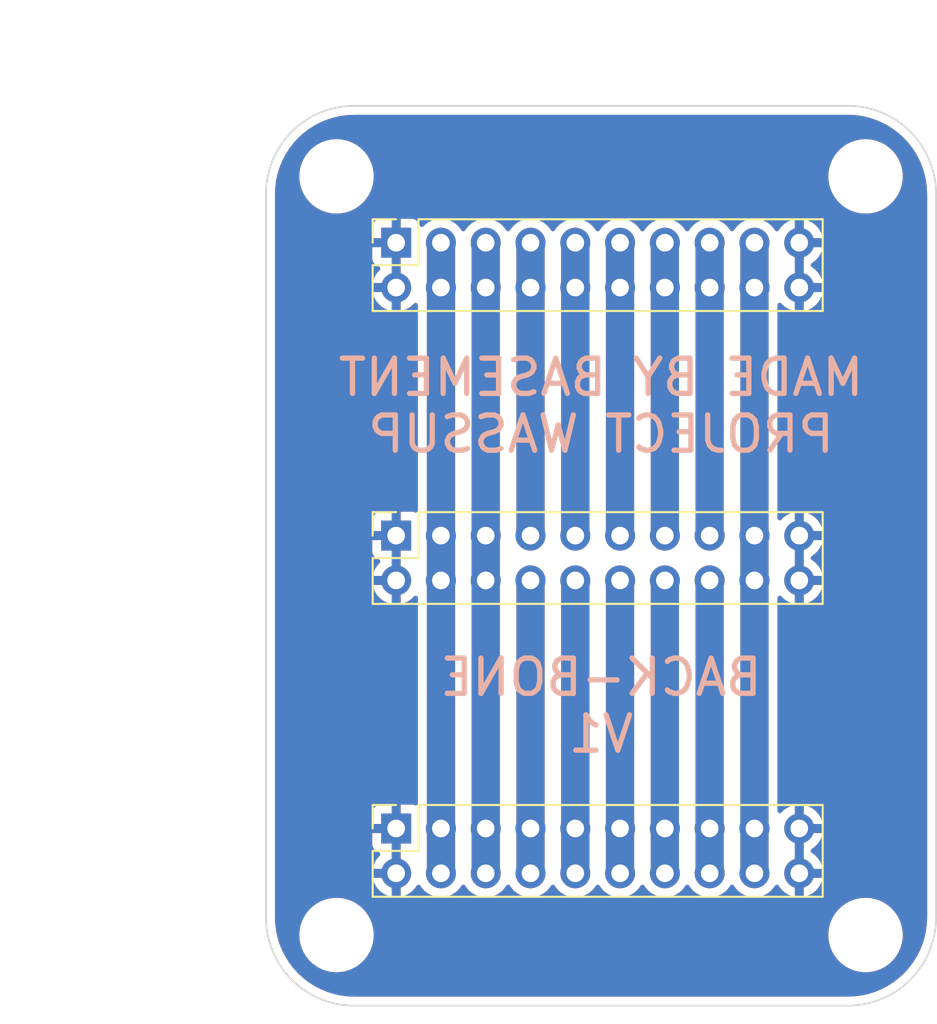
<source format=kicad_pcb>
(kicad_pcb (version 20211014) (generator pcbnew)
  (title_block (title "Backbone PCB") (date "%%date%%") (rev "%%version%%") (company "BASEMENT"))
  (layers (0 "F.Cu" signal) (31 "B.Cu" signal) (34 "B.Paste" user) (35 "F.Paste" user) (36 "B.SilkS" user "B.Silkscreen") (37 "F.SilkS" user "F.Silkscreen") (38 "B.Mask" user) (39 "F.Mask" user) (44 "Edge.Cuts" user))
  (net 0 "")
  (net 1 "GND")
  (net 2 "4V")
  (net 3 "3.3V")
  (net 4 "ADC_VBAT")
  (net 5 "ADC_3.3V")
  (net 6 "ADC_4V")
  (net 7 "ROPE_CUT")
  (net 8 "BUZZER")
  (net 9 "MCU_RX_COM_TX")
  (net 10 "MCU_TX_COM_RX")
  (net 11 "NC")
  (net 12 "NC0")
  (net 13 "NC1")
  (net 14 "NC2")
  (footprint "MountingHole:MountingHole_3.2mm_M3" (layer "F.Cu") (at 174 73)
    (fp_text reference "H4" hide)
    (fp_text value "M3")
    (pad "" np_thru_hole circle (at 0 0) (size 3.2 3.2) (drill 3.2) (layers *.Cu *.Mask))
  )
  (footprint "Connector_PinSocket_2.54mm:PinSocket_2x10_P2.54mm_Vertical" (layer "F.Cu") (at 147.38 109.96 90)
    (fp_text reference "J1" hide)
    (fp_text value "Communication")
    (fp_line (start -3.87 24.19) (end 1.33 24.19) (layer "F.SilkS") (width 0.12))
    (fp_line (start -1.27 -1.33) (end -1.27 1.27) (layer "F.SilkS") (width 0.12))
    (fp_line (start 1.33 -1.33) (end 1.33 0) (layer "F.SilkS") (width 0.12))
    (fp_line (start 0 -1.33) (end 1.33 -1.33) (layer "F.SilkS") (width 0.12))
    (fp_line (start 1.33 1.27) (end 1.33 24.19) (layer "F.SilkS") (width 0.12))
    (fp_line (start -1.27 1.27) (end 1.33 1.27) (layer "F.SilkS") (width 0.12))
    (fp_line (start -3.87 -1.33) (end -3.87 24.19) (layer "F.SilkS") (width 0.12))
    (fp_line (start -3.87 -1.33) (end -1.27 -1.33) (layer "F.SilkS") (width 0.12))
    (pad "1" thru_hole rect (at 0 0 90) (size 1.7 1.7) (drill 1) (layers *.Cu *.Mask) (net 1 "GND"))
    (pad "2" thru_hole oval (at -2.54 0 90) (size 1.7 1.7) (drill 1) (layers *.Cu *.Mask) (net 1 "GND"))
    (pad "3" thru_hole oval (at 0 2.54 90) (size 1.7 1.7) (drill 1) (layers *.Cu *.Mask) (net 2 "4V"))
    (pad "4" thru_hole oval (at -2.54 2.54 90) (size 1.7 1.7) (drill 1) (layers *.Cu *.Mask) (net 2 "4V"))
    (pad "5" thru_hole oval (at 0 5.08 90) (size 1.7 1.7) (drill 1) (layers *.Cu *.Mask) (net 11 "NC"))
    (pad "6" thru_hole oval (at -2.54 5.08 90) (size 1.7 1.7) (drill 1) (layers *.Cu *.Mask) (net 11 "NC"))
    (pad "7" thru_hole oval (at 0 7.62 90) (size 1.7 1.7) (drill 1) (layers *.Cu *.Mask) (net 12 "NC0"))
    (pad "8" thru_hole oval (at -2.54 7.62 90) (size 1.7 1.7) (drill 1) (layers *.Cu *.Mask) (net 12 "NC0"))
    (pad "9" thru_hole oval (at 0 10.16 90) (size 1.7 1.7) (drill 1) (layers *.Cu *.Mask) (net 9 "MCU_RX_COM_TX"))
    (pad "10" thru_hole oval (at -2.54 10.16 90) (size 1.7 1.7) (drill 1) (layers *.Cu *.Mask) (net 9 "MCU_RX_COM_TX"))
    (pad "11" thru_hole oval (at 0 12.7 90) (size 1.7 1.7) (drill 1) (layers *.Cu *.Mask) (net 10 "MCU_TX_COM_RX"))
    (pad "12" thru_hole oval (at -2.54 12.7 90) (size 1.7 1.7) (drill 1) (layers *.Cu *.Mask) (net 10 "MCU_TX_COM_RX"))
    (pad "13" thru_hole oval (at 0 15.24 90) (size 1.7 1.7) (drill 1) (layers *.Cu *.Mask) (net 13 "NC1"))
    (pad "14" thru_hole oval (at -2.54 15.24 90) (size 1.7 1.7) (drill 1) (layers *.Cu *.Mask) (net 13 "NC1"))
    (pad "15" thru_hole oval (at 0 17.78 90) (size 1.7 1.7) (drill 1) (layers *.Cu *.Mask) (net 14 "NC2"))
    (pad "16" thru_hole oval (at -2.54 17.78 90) (size 1.7 1.7) (drill 1) (layers *.Cu *.Mask) (net 14 "NC2"))
    (pad "17" thru_hole oval (at 0 20.32 90) (size 1.7 1.7) (drill 1) (layers *.Cu *.Mask) (net 3 "3.3V"))
    (pad "18" thru_hole oval (at -2.54 20.32 90) (size 1.7 1.7) (drill 1) (layers *.Cu *.Mask) (net 3 "3.3V"))
    (pad "19" thru_hole oval (at 0 22.86 90) (size 1.7 1.7) (drill 1) (layers *.Cu *.Mask) (net 1 "GND"))
    (pad "20" thru_hole oval (at -2.54 22.86 90) (size 1.7 1.7) (drill 1) (layers *.Cu *.Mask) (net 1 "GND"))
  )
  (footprint "MountingHole:MountingHole_3.2mm_M3" (layer "F.Cu") (at 174 116)
    (fp_text reference "H1" hide)
    (fp_text value "M3")
    (pad "" np_thru_hole circle (at 0 0) (size 3.2 3.2) (drill 3.2) (layers *.Cu *.Mask))
  )
  (footprint "MountingHole:MountingHole_3.2mm_M3" (layer "F.Cu") (at 144 73)
    (fp_text reference "H3" hide)
    (fp_text value "M3")
    (pad "" np_thru_hole circle (at 0 0) (size 3.2 3.2) (drill 3.2) (layers *.Cu *.Mask))
  )
  (footprint "MountingHole:MountingHole_3.2mm_M3" (layer "F.Cu") (at 144 116)
    (fp_text reference "H2" hide)
    (fp_text value "M3")
    (pad "" np_thru_hole circle (at 0 0) (size 3.2 3.2) (drill 3.2) (layers *.Cu *.Mask))
  )
  (footprint "Connector_PinSocket_2.54mm:PinSocket_2x10_P2.54mm_Vertical" (layer "F.Cu") (at 147.38 76.76 90)
    (fp_text reference "J3" hide)
    (fp_text value "Power")
    (fp_line (start -1.27 1.27) (end 1.33 1.27) (layer "F.SilkS") (width 0.12))
    (fp_line (start 0 -1.33) (end 1.33 -1.33) (layer "F.SilkS") (width 0.12))
    (fp_line (start -3.87 -1.33) (end -1.27 -1.33) (layer "F.SilkS") (width 0.12))
    (fp_line (start 1.33 1.27) (end 1.33 24.19) (layer "F.SilkS") (width 0.12))
    (fp_line (start -3.87 -1.33) (end -3.87 24.19) (layer "F.SilkS") (width 0.12))
    (fp_line (start -1.27 -1.33) (end -1.27 1.27) (layer "F.SilkS") (width 0.12))
    (fp_line (start 1.33 -1.33) (end 1.33 0) (layer "F.SilkS") (width 0.12))
    (fp_line (start -3.87 24.19) (end 1.33 24.19) (layer "F.SilkS") (width 0.12))
    (pad "1" thru_hole rect (at 0 0 90) (size 1.7 1.7) (drill 1) (layers *.Cu *.Mask) (net 1 "GND"))
    (pad "2" thru_hole oval (at -2.54 0 90) (size 1.7 1.7) (drill 1) (layers *.Cu *.Mask) (net 1 "GND"))
    (pad "3" thru_hole oval (at 0 2.54 90) (size 1.7 1.7) (drill 1) (layers *.Cu *.Mask) (net 2 "4V"))
    (pad "4" thru_hole oval (at -2.54 2.54 90) (size 1.7 1.7) (drill 1) (layers *.Cu *.Mask) (net 2 "4V"))
    (pad "5" thru_hole oval (at 0 5.08 90) (size 1.7 1.7) (drill 1) (layers *.Cu *.Mask) (net 11 "NC"))
    (pad "6" thru_hole oval (at -2.54 5.08 90) (size 1.7 1.7) (drill 1) (layers *.Cu *.Mask) (net 11 "NC"))
    (pad "7" thru_hole oval (at 0 7.62 90) (size 1.7 1.7) (drill 1) (layers *.Cu *.Mask) (net 4 "ADC_VBAT"))
    (pad "8" thru_hole oval (at -2.54 7.62 90) (size 1.7 1.7) (drill 1) (layers *.Cu *.Mask) (net 4 "ADC_VBAT"))
    (pad "9" thru_hole oval (at 0 10.16 90) (size 1.7 1.7) (drill 1) (layers *.Cu *.Mask) (net 5 "ADC_3.3V"))
    (pad "10" thru_hole oval (at -2.54 10.16 90) (size 1.7 1.7) (drill 1) (layers *.Cu *.Mask) (net 5 "ADC_3.3V"))
    (pad "11" thru_hole oval (at 0 12.7 90) (size 1.7 1.7) (drill 1) (layers *.Cu *.Mask) (net 6 "ADC_4V"))
    (pad "12" thru_hole oval (at -2.54 12.7 90) (size 1.7 1.7) (drill 1) (layers *.Cu *.Mask) (net 6 "ADC_4V"))
    (pad "13" thru_hole oval (at 0 15.24 90) (size 1.7 1.7) (drill 1) (layers *.Cu *.Mask) (net 7 "ROPE_CUT"))
    (pad "14" thru_hole oval (at -2.54 15.24 90) (size 1.7 1.7) (drill 1) (layers *.Cu *.Mask) (net 7 "ROPE_CUT"))
    (pad "15" thru_hole oval (at 0 17.78 90) (size 1.7 1.7) (drill 1) (layers *.Cu *.Mask) (net 8 "BUZZER"))
    (pad "16" thru_hole oval (at -2.54 17.78 90) (size 1.7 1.7) (drill 1) (layers *.Cu *.Mask) (net 8 "BUZZER"))
    (pad "17" thru_hole oval (at 0 20.32 90) (size 1.7 1.7) (drill 1) (layers *.Cu *.Mask) (net 3 "3.3V"))
    (pad "18" thru_hole oval (at -2.54 20.32 90) (size 1.7 1.7) (drill 1) (layers *.Cu *.Mask) (net 3 "3.3V"))
    (pad "19" thru_hole oval (at 0 22.86 90) (size 1.7 1.7) (drill 1) (layers *.Cu *.Mask) (net 1 "GND"))
    (pad "20" thru_hole oval (at -2.54 22.86 90) (size 1.7 1.7) (drill 1) (layers *.Cu *.Mask) (net 1 "GND"))
  )
  (footprint "Connector_PinSocket_2.54mm:PinSocket_2x10_P2.54mm_Vertical" (layer "F.Cu") (at 147.38 93.36 90)
    (fp_text reference "J2" hide)
    (fp_text value "Borta")
    (fp_line (start 1.33 1.27) (end 1.33 24.19) (layer "F.SilkS") (width 0.12))
    (fp_line (start -3.87 24.19) (end 1.33 24.19) (layer "F.SilkS") (width 0.12))
    (fp_line (start -1.27 1.27) (end 1.33 1.27) (layer "F.SilkS") (width 0.12))
    (fp_line (start -3.87 -1.33) (end -1.27 -1.33) (layer "F.SilkS") (width 0.12))
    (fp_line (start -1.27 -1.33) (end -1.27 1.27) (layer "F.SilkS") (width 0.12))
    (fp_line (start 0 -1.33) (end 1.33 -1.33) (layer "F.SilkS") (width 0.12))
    (fp_line (start -3.87 -1.33) (end -3.87 24.19) (layer "F.SilkS") (width 0.12))
    (fp_line (start 1.33 -1.33) (end 1.33 0) (layer "F.SilkS") (width 0.12))
    (pad "1" thru_hole rect (at 0 0 90) (size 1.7 1.7) (drill 1) (layers *.Cu *.Mask) (net 1 "GND"))
    (pad "2" thru_hole oval (at -2.54 0 90) (size 1.7 1.7) (drill 1) (layers *.Cu *.Mask) (net 1 "GND"))
    (pad "3" thru_hole oval (at 0 2.54 90) (size 1.7 1.7) (drill 1) (layers *.Cu *.Mask) (net 2 "4V"))
    (pad "4" thru_hole oval (at -2.54 2.54 90) (size 1.7 1.7) (drill 1) (layers *.Cu *.Mask) (net 2 "4V"))
    (pad "5" thru_hole oval (at 0 5.08 90) (size 1.7 1.7) (drill 1) (layers *.Cu *.Mask) (net 11 "NC"))
    (pad "6" thru_hole oval (at -2.54 5.08 90) (size 1.7 1.7) (drill 1) (layers *.Cu *.Mask) (net 11 "NC"))
    (pad "7" thru_hole oval (at 0 7.62 90) (size 1.7 1.7) (drill 1) (layers *.Cu *.Mask) (net 4 "ADC_VBAT"))
    (pad "8" thru_hole oval (at -2.54 7.62 90) (size 1.7 1.7) (drill 1) (layers *.Cu *.Mask) (net 12 "NC0"))
    (pad "9" thru_hole oval (at 0 10.16 90) (size 1.7 1.7) (drill 1) (layers *.Cu *.Mask) (net 5 "ADC_3.3V"))
    (pad "10" thru_hole oval (at -2.54 10.16 90) (size 1.7 1.7) (drill 1) (layers *.Cu *.Mask) (net 9 "MCU_RX_COM_TX"))
    (pad "11" thru_hole oval (at 0 12.7 90) (size 1.7 1.7) (drill 1) (layers *.Cu *.Mask) (net 6 "ADC_4V"))
    (pad "12" thru_hole oval (at -2.54 12.7 90) (size 1.7 1.7) (drill 1) (layers *.Cu *.Mask) (net 10 "MCU_TX_COM_RX"))
    (pad "13" thru_hole oval (at 0 15.24 90) (size 1.7 1.7) (drill 1) (layers *.Cu *.Mask) (net 7 "ROPE_CUT"))
    (pad "14" thru_hole oval (at -2.54 15.24 90) (size 1.7 1.7) (drill 1) (layers *.Cu *.Mask) (net 13 "NC1"))
    (pad "15" thru_hole oval (at 0 17.78 90) (size 1.7 1.7) (drill 1) (layers *.Cu *.Mask) (net 8 "BUZZER"))
    (pad "16" thru_hole oval (at -2.54 17.78 90) (size 1.7 1.7) (drill 1) (layers *.Cu *.Mask) (net 14 "NC2"))
    (pad "17" thru_hole oval (at 0 20.32 90) (size 1.7 1.7) (drill 1) (layers *.Cu *.Mask) (net 3 "3.3V"))
    (pad "18" thru_hole oval (at -2.54 20.32 90) (size 1.7 1.7) (drill 1) (layers *.Cu *.Mask) (net 3 "3.3V"))
    (pad "19" thru_hole oval (at 0 22.86 90) (size 1.7 1.7) (drill 1) (layers *.Cu *.Mask) (net 1 "GND"))
    (pad "20" thru_hole oval (at -2.54 22.86 90) (size 1.7 1.7) (drill 1) (layers *.Cu *.Mask) (net 1 "GND"))
  )
  (gr_arc (start 145 120) (mid 141.464466 118.535534) (end 140 115) (layer "Edge.Cuts") (width 0.1))
  (gr_line (start 173 120) (end 145 120) (layer "Edge.Cuts") (width 0.1))
  (gr_arc (start 178 115) (mid 176.535534 118.535534) (end 173 120) (layer "Edge.Cuts") (width 0.1))
  (gr_arc (start 173 69) (mid 176.535534 70.464466) (end 178 74) (layer "Edge.Cuts") (width 0.1))
  (gr_line (start 140 115) (end 140 74) (layer "Edge.Cuts") (width 0.1))
  (gr_line (start 145 69) (end 173 69) (layer "Edge.Cuts") (width 0.1))
  (gr_line (start 178 74) (end 178 115) (layer "Edge.Cuts") (width 0.1))
  (gr_arc (start 140 74) (mid 141.464466 70.464466) (end 145 69) (layer "Edge.Cuts") (width 0.1))
  (gr_text "BACK-BONE\nV1" (at 159 103) (layer "B.SilkS") (effects (font (size 2 2) (thickness 0.3)) (justify mirror)))
  (gr_text "MADE BY BASEMENT\nPROJECT WASSUP\n" (at 159 86) (layer "B.SilkS") (effects (font (size 2 2) (thickness 0.3)) (justify mirror)))
  (segment (start 149.92 109.96) (end 149.92 95.9) (width 1.6) (layer "F.Cu") (net 2))
  (segment (start 149.92 112.5) (end 149.92 109.96) (width 1.6) (layer "F.Cu") (net 2))
  (segment (start 149.92 95.9) (end 149.92 93.36) (width 1.6) (layer "F.Cu") (net 2))
  (segment (start 149.92 93.36) (end 149.92 79.3) (width 1.6) (layer "F.Cu") (net 2))
  (segment (start 149.92 76.76) (end 149.92 79.3) (width 1.6) (layer "F.Cu") (net 2))
  (segment (start 149.92 79.3) (end 149.92 93.36) (width 1.6) (layer "B.Cu") (net 2))
  (segment (start 149.92 76.76) (end 149.92 79.3) (width 1.6) (layer "B.Cu") (net 2))
  (segment (start 149.92 95.9) (end 149.92 93.36) (width 1.6) (layer "B.Cu") (net 2))
  (segment (start 149.92 95.9) (end 149.92 109.96) (width 1.6) (layer "B.Cu") (net 2))
  (segment (start 149.92 109.96) (end 149.92 112.5) (width 1.6) (layer "B.Cu") (net 2))
  (segment (start 167.7 95.9) (end 167.7 109.96) (width 1.6) (layer "F.Cu") (net 3))
  (segment (start 167.7 112.5) (end 167.7 109.96) (width 1.6) (layer "F.Cu") (net 3))
  (segment (start 167.7 93.36) (end 167.7 95.9) (width 1.6) (layer "F.Cu") (net 3))
  (segment (start 167.7 79.3) (end 167.7 93.36) (width 1.6) (layer "F.Cu") (net 3))
  (segment (start 167.7 76.76) (end 167.7 79.3) (width 1.6) (layer "F.Cu") (net 3))
  (segment (start 167.7 76.76) (end 167.7 79.3) (width 1.6) (layer "B.Cu") (net 3))
  (segment (start 167.7 79.3) (end 167.7 93.36) (width 1.6) (layer "B.Cu") (net 3))
  (segment (start 167.7 112.5) (end 167.7 109.96) (width 1.6) (layer "B.Cu") (net 3))
  (segment (start 167.7 93.36) (end 167.7 95.9) (width 1.6) (layer "B.Cu") (net 3))
  (segment (start 167.7 95.9) (end 167.7 109.96) (width 1.6) (layer "B.Cu") (net 3))
  (segment (start 155 76.76) (end 155 79.3) (width 1.6) (layer "F.Cu") (net 4))
  (segment (start 155 79.3) (end 155 93.36) (width 1.6) (layer "F.Cu") (net 4))
  (segment (start 155 76.76) (end 155 79.3) (width 1.6) (layer "B.Cu") (net 4))
  (segment (start 155 79.3) (end 155 93.36) (width 1.6) (layer "B.Cu") (net 4))
  (segment (start 157.54 79.3) (end 157.54 93.36) (width 1.6) (layer "F.Cu") (net 5))
  (segment (start 157.54 76.76) (end 157.54 79.3) (width 1.6) (layer "F.Cu") (net 5))
  (segment (start 157.54 79.3) (end 157.54 76.76) (width 1.6) (layer "B.Cu") (net 5))
  (segment (start 157.54 93.36) (end 157.54 79.3) (width 1.6) (layer "B.Cu") (net 5))
  (segment (start 160.08 93.36) (end 160.08 79.3) (width 1.6) (layer "F.Cu") (net 6))
  (segment (start 160.08 76.76) (end 160.08 79.3) (width 1.6) (layer "F.Cu") (net 6))
  (segment (start 160.08 76.76) (end 160.08 79.3) (width 1.6) (layer "B.Cu") (net 6))
  (segment (start 160.08 79.3) (end 160.08 93.36) (width 1.6) (layer "B.Cu") (net 6))
  (segment (start 162.62 79.3) (end 162.62 93.36) (width 1.6) (layer "F.Cu") (net 7))
  (segment (start 162.62 76.76) (end 162.62 79.3) (width 1.6) (layer "F.Cu") (net 7))
  (segment (start 162.62 79.3) (end 162.62 76.76) (width 1.6) (layer "B.Cu") (net 7))
  (segment (start 162.62 93.36) (end 162.62 79.3) (width 1.6) (layer "B.Cu") (net 7))
  (segment (start 165.16 93.36) (end 165.16 79.3) (width 1.6) (layer "F.Cu") (net 8))
  (segment (start 165.16 76.76) (end 165.16 79.3) (width 1.6) (layer "F.Cu") (net 8))
  (segment (start 165.16 79.3) (end 165.16 93.36) (width 1.6) (layer "B.Cu") (net 8))
  (segment (start 165.16 76.76) (end 165.16 79.3) (width 1.6) (layer "B.Cu") (net 8))
  (segment (start 157.54 112.5) (end 157.54 109.96) (width 1.6) (layer "F.Cu") (net 9))
  (segment (start 157.54 109.96) (end 157.54 95.9) (width 1.6) (layer "F.Cu") (net 9))
  (segment (start 157.54 95.9) (end 157.54 109.96) (width 1.6) (layer "B.Cu") (net 9))
  (segment (start 157.54 109.96) (end 157.54 112.5) (width 1.6) (layer "B.Cu") (net 9))
  (segment (start 160.08 95.9) (end 160.08 109.96) (width 1.6) (layer "F.Cu") (net 10))
  (segment (start 160.08 109.96) (end 160.08 112.5) (width 1.6) (layer "F.Cu") (net 10))
  (segment (start 160.08 112.5) (end 160.08 109.96) (width 1.6) (layer "B.Cu") (net 10))
  (segment (start 160.08 109.96) (end 160.08 95.9) (width 1.6) (layer "B.Cu") (net 10))
  (segment (start 152.46 109.96) (end 152.46 95.9) (width 1.6) (layer "F.Cu") (net 11))
  (segment (start 152.46 93.36) (end 152.46 95.9) (width 1.6) (layer "F.Cu") (net 11))
  (segment (start 152.46 76.76) (end 152.46 79.3) (width 1.6) (layer "F.Cu") (net 11))
  (segment (start 152.46 112.5) (end 152.46 109.96) (width 1.6) (layer "F.Cu") (net 11))
  (segment (start 152.46 79.3) (end 152.46 93.36) (width 1.6) (layer "F.Cu") (net 11))
  (segment (start 152.46 93.36) (end 152.46 79.3) (width 1.6) (layer "B.Cu") (net 11))
  (segment (start 152.46 112.5) (end 152.46 109.96) (width 1.6) (layer "B.Cu") (net 11))
  (segment (start 152.46 109.96) (end 152.46 95.9) (width 1.6) (layer "B.Cu") (net 11))
  (segment (start 152.46 95.9) (end 152.46 93.36) (width 1.6) (layer "B.Cu") (net 11))
  (segment (start 152.46 76.76) (end 152.46 79.3) (width 1.6) (layer "B.Cu") (net 11))
  (segment (start 155 112.5) (end 155 109.96) (width 1.6) (layer "F.Cu") (net 12))
  (segment (start 155 109.96) (end 155 95.9) (width 1.6) (layer "F.Cu") (net 12))
  (segment (start 155 95.9) (end 155 109.96) (width 1.6) (layer "B.Cu") (net 12))
  (segment (start 155 109.96) (end 155 112.5) (width 1.6) (layer "B.Cu") (net 12))
  (segment (start 162.62 109.96) (end 162.62 112.5) (width 1.6) (layer "F.Cu") (net 13))
  (segment (start 162.62 95.9) (end 162.62 109.96) (width 1.6) (layer "F.Cu") (net 13))
  (segment (start 162.62 109.96) (end 162.62 95.9) (width 1.6) (layer "B.Cu") (net 13))
  (segment (start 162.62 112.5) (end 162.62 109.96) (width 1.6) (layer "B.Cu") (net 13))
  (segment (start 165.16 112.5) (end 165.16 109.96) (width 1.6) (layer "F.Cu") (net 14))
  (segment (start 165.16 109.96) (end 165.16 95.9) (width 1.6) (layer "F.Cu") (net 14))
  (segment (start 165.16 109.96) (end 165.16 112.5) (width 1.6) (layer "B.Cu") (net 14))
  (segment (start 165.16 95.9) (end 165.16 109.96) (width 1.6) (layer "B.Cu") (net 14))
  (zone (net 1) (net_name "GND") (layers F&B.Cu) (connect_pads (clearance 0.508)) (min_thickness 0.254) (fill yes (thermal_gap 0.508) (thermal_bridge_width 0.508))
    (polygon (pts (xy 178 120) (xy 140.5 120) (xy 140.5 69) (xy 178 69)))
  )
)
</source>
